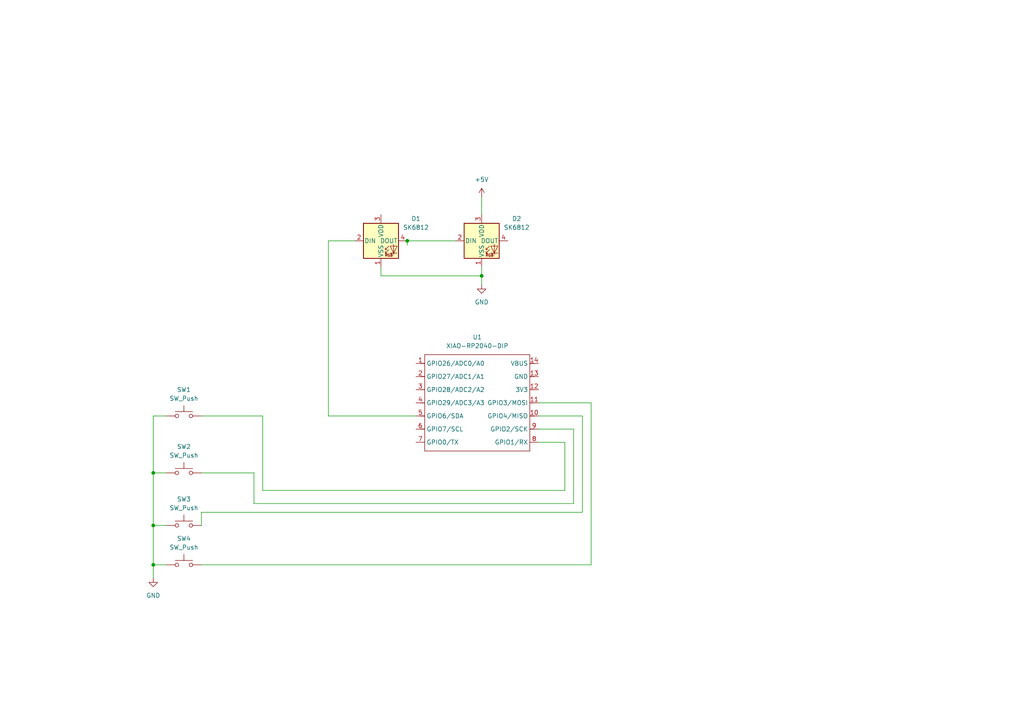
<source format=kicad_sch>
(kicad_sch
	(version 20250114)
	(generator "eeschema")
	(generator_version "9.0")
	(uuid "e3c892c8-683a-48fa-b53f-b4bc03628df8")
	(paper "A4")
	(lib_symbols
		(symbol "LED:SK6812"
			(pin_names
				(offset 0.254)
			)
			(exclude_from_sim no)
			(in_bom yes)
			(on_board yes)
			(property "Reference" "D"
				(at 5.08 5.715 0)
				(effects
					(font
						(size 1.27 1.27)
					)
					(justify right bottom)
				)
			)
			(property "Value" "SK6812"
				(at 1.27 -5.715 0)
				(effects
					(font
						(size 1.27 1.27)
					)
					(justify left top)
				)
			)
			(property "Footprint" "LED_SMD:LED_SK6812_PLCC4_5.0x5.0mm_P3.2mm"
				(at 1.27 -7.62 0)
				(effects
					(font
						(size 1.27 1.27)
					)
					(justify left top)
					(hide yes)
				)
			)
			(property "Datasheet" "https://cdn-shop.adafruit.com/product-files/1138/SK6812+LED+datasheet+.pdf"
				(at 2.54 -9.525 0)
				(effects
					(font
						(size 1.27 1.27)
					)
					(justify left top)
					(hide yes)
				)
			)
			(property "Description" "RGB LED with integrated controller"
				(at 0 0 0)
				(effects
					(font
						(size 1.27 1.27)
					)
					(hide yes)
				)
			)
			(property "ki_keywords" "RGB LED NeoPixel addressable"
				(at 0 0 0)
				(effects
					(font
						(size 1.27 1.27)
					)
					(hide yes)
				)
			)
			(property "ki_fp_filters" "LED*SK6812*PLCC*5.0x5.0mm*P3.2mm*"
				(at 0 0 0)
				(effects
					(font
						(size 1.27 1.27)
					)
					(hide yes)
				)
			)
			(symbol "SK6812_0_0"
				(text "RGB"
					(at 2.286 -4.191 0)
					(effects
						(font
							(size 0.762 0.762)
						)
					)
				)
			)
			(symbol "SK6812_0_1"
				(polyline
					(pts
						(xy 1.27 -2.54) (xy 1.778 -2.54)
					)
					(stroke
						(width 0)
						(type default)
					)
					(fill
						(type none)
					)
				)
				(polyline
					(pts
						(xy 1.27 -3.556) (xy 1.778 -3.556)
					)
					(stroke
						(width 0)
						(type default)
					)
					(fill
						(type none)
					)
				)
				(polyline
					(pts
						(xy 2.286 -1.524) (xy 1.27 -2.54) (xy 1.27 -2.032)
					)
					(stroke
						(width 0)
						(type default)
					)
					(fill
						(type none)
					)
				)
				(polyline
					(pts
						(xy 2.286 -2.54) (xy 1.27 -3.556) (xy 1.27 -3.048)
					)
					(stroke
						(width 0)
						(type default)
					)
					(fill
						(type none)
					)
				)
				(polyline
					(pts
						(xy 3.683 -1.016) (xy 3.683 -3.556) (xy 3.683 -4.064)
					)
					(stroke
						(width 0)
						(type default)
					)
					(fill
						(type none)
					)
				)
				(polyline
					(pts
						(xy 4.699 -1.524) (xy 2.667 -1.524) (xy 3.683 -3.556) (xy 4.699 -1.524)
					)
					(stroke
						(width 0)
						(type default)
					)
					(fill
						(type none)
					)
				)
				(polyline
					(pts
						(xy 4.699 -3.556) (xy 2.667 -3.556)
					)
					(stroke
						(width 0)
						(type default)
					)
					(fill
						(type none)
					)
				)
				(rectangle
					(start 5.08 5.08)
					(end -5.08 -5.08)
					(stroke
						(width 0.254)
						(type default)
					)
					(fill
						(type background)
					)
				)
			)
			(symbol "SK6812_1_1"
				(pin input line
					(at -7.62 0 0)
					(length 2.54)
					(name "DIN"
						(effects
							(font
								(size 1.27 1.27)
							)
						)
					)
					(number "2"
						(effects
							(font
								(size 1.27 1.27)
							)
						)
					)
				)
				(pin power_in line
					(at 0 7.62 270)
					(length 2.54)
					(name "VDD"
						(effects
							(font
								(size 1.27 1.27)
							)
						)
					)
					(number "3"
						(effects
							(font
								(size 1.27 1.27)
							)
						)
					)
				)
				(pin power_in line
					(at 0 -7.62 90)
					(length 2.54)
					(name "VSS"
						(effects
							(font
								(size 1.27 1.27)
							)
						)
					)
					(number "1"
						(effects
							(font
								(size 1.27 1.27)
							)
						)
					)
				)
				(pin output line
					(at 7.62 0 180)
					(length 2.54)
					(name "DOUT"
						(effects
							(font
								(size 1.27 1.27)
							)
						)
					)
					(number "4"
						(effects
							(font
								(size 1.27 1.27)
							)
						)
					)
				)
			)
			(embedded_fonts no)
		)
		(symbol "OPL:XIAO-RP2040-DIP"
			(exclude_from_sim no)
			(in_bom yes)
			(on_board yes)
			(property "Reference" "U"
				(at 0 0 0)
				(effects
					(font
						(size 1.27 1.27)
					)
				)
			)
			(property "Value" "XIAO-RP2040-DIP"
				(at 5.334 -1.778 0)
				(effects
					(font
						(size 1.27 1.27)
					)
				)
			)
			(property "Footprint" "Module:MOUDLE14P-XIAO-DIP-SMD"
				(at 14.478 -32.258 0)
				(effects
					(font
						(size 1.27 1.27)
					)
					(hide yes)
				)
			)
			(property "Datasheet" ""
				(at 0 0 0)
				(effects
					(font
						(size 1.27 1.27)
					)
					(hide yes)
				)
			)
			(property "Description" ""
				(at 0 0 0)
				(effects
					(font
						(size 1.27 1.27)
					)
					(hide yes)
				)
			)
			(symbol "XIAO-RP2040-DIP_1_0"
				(polyline
					(pts
						(xy -1.27 -2.54) (xy 29.21 -2.54)
					)
					(stroke
						(width 0.1524)
						(type solid)
					)
					(fill
						(type none)
					)
				)
				(polyline
					(pts
						(xy -1.27 -5.08) (xy -2.54 -5.08)
					)
					(stroke
						(width 0.1524)
						(type solid)
					)
					(fill
						(type none)
					)
				)
				(polyline
					(pts
						(xy -1.27 -5.08) (xy -1.27 -2.54)
					)
					(stroke
						(width 0.1524)
						(type solid)
					)
					(fill
						(type none)
					)
				)
				(polyline
					(pts
						(xy -1.27 -8.89) (xy -2.54 -8.89)
					)
					(stroke
						(width 0.1524)
						(type solid)
					)
					(fill
						(type none)
					)
				)
				(polyline
					(pts
						(xy -1.27 -8.89) (xy -1.27 -5.08)
					)
					(stroke
						(width 0.1524)
						(type solid)
					)
					(fill
						(type none)
					)
				)
				(polyline
					(pts
						(xy -1.27 -12.7) (xy -2.54 -12.7)
					)
					(stroke
						(width 0.1524)
						(type solid)
					)
					(fill
						(type none)
					)
				)
				(polyline
					(pts
						(xy -1.27 -12.7) (xy -1.27 -8.89)
					)
					(stroke
						(width 0.1524)
						(type solid)
					)
					(fill
						(type none)
					)
				)
				(polyline
					(pts
						(xy -1.27 -16.51) (xy -2.54 -16.51)
					)
					(stroke
						(width 0.1524)
						(type solid)
					)
					(fill
						(type none)
					)
				)
				(polyline
					(pts
						(xy -1.27 -16.51) (xy -1.27 -12.7)
					)
					(stroke
						(width 0.1524)
						(type solid)
					)
					(fill
						(type none)
					)
				)
				(polyline
					(pts
						(xy -1.27 -20.32) (xy -2.54 -20.32)
					)
					(stroke
						(width 0.1524)
						(type solid)
					)
					(fill
						(type none)
					)
				)
				(polyline
					(pts
						(xy -1.27 -24.13) (xy -2.54 -24.13)
					)
					(stroke
						(width 0.1524)
						(type solid)
					)
					(fill
						(type none)
					)
				)
				(polyline
					(pts
						(xy -1.27 -27.94) (xy -2.54 -27.94)
					)
					(stroke
						(width 0.1524)
						(type solid)
					)
					(fill
						(type none)
					)
				)
				(polyline
					(pts
						(xy -1.27 -30.48) (xy -1.27 -16.51)
					)
					(stroke
						(width 0.1524)
						(type solid)
					)
					(fill
						(type none)
					)
				)
				(polyline
					(pts
						(xy 29.21 -2.54) (xy 29.21 -5.08)
					)
					(stroke
						(width 0.1524)
						(type solid)
					)
					(fill
						(type none)
					)
				)
				(polyline
					(pts
						(xy 29.21 -5.08) (xy 29.21 -8.89)
					)
					(stroke
						(width 0.1524)
						(type solid)
					)
					(fill
						(type none)
					)
				)
				(polyline
					(pts
						(xy 29.21 -8.89) (xy 29.21 -12.7)
					)
					(stroke
						(width 0.1524)
						(type solid)
					)
					(fill
						(type none)
					)
				)
				(polyline
					(pts
						(xy 29.21 -12.7) (xy 29.21 -30.48)
					)
					(stroke
						(width 0.1524)
						(type solid)
					)
					(fill
						(type none)
					)
				)
				(polyline
					(pts
						(xy 29.21 -30.48) (xy -1.27 -30.48)
					)
					(stroke
						(width 0.1524)
						(type solid)
					)
					(fill
						(type none)
					)
				)
				(polyline
					(pts
						(xy 30.48 -5.08) (xy 29.21 -5.08)
					)
					(stroke
						(width 0.1524)
						(type solid)
					)
					(fill
						(type none)
					)
				)
				(polyline
					(pts
						(xy 30.48 -8.89) (xy 29.21 -8.89)
					)
					(stroke
						(width 0.1524)
						(type solid)
					)
					(fill
						(type none)
					)
				)
				(polyline
					(pts
						(xy 30.48 -12.7) (xy 29.21 -12.7)
					)
					(stroke
						(width 0.1524)
						(type solid)
					)
					(fill
						(type none)
					)
				)
				(polyline
					(pts
						(xy 30.48 -16.51) (xy 29.21 -16.51)
					)
					(stroke
						(width 0.1524)
						(type solid)
					)
					(fill
						(type none)
					)
				)
				(polyline
					(pts
						(xy 30.48 -20.32) (xy 29.21 -20.32)
					)
					(stroke
						(width 0.1524)
						(type solid)
					)
					(fill
						(type none)
					)
				)
				(polyline
					(pts
						(xy 30.48 -24.13) (xy 29.21 -24.13)
					)
					(stroke
						(width 0.1524)
						(type solid)
					)
					(fill
						(type none)
					)
				)
				(polyline
					(pts
						(xy 30.48 -27.94) (xy 29.21 -27.94)
					)
					(stroke
						(width 0.1524)
						(type solid)
					)
					(fill
						(type none)
					)
				)
				(pin passive line
					(at -3.81 -5.08 0)
					(length 2.54)
					(name "GPIO26/ADC0/A0"
						(effects
							(font
								(size 1.27 1.27)
							)
						)
					)
					(number "1"
						(effects
							(font
								(size 1.27 1.27)
							)
						)
					)
				)
				(pin passive line
					(at -3.81 -8.89 0)
					(length 2.54)
					(name "GPIO27/ADC1/A1"
						(effects
							(font
								(size 1.27 1.27)
							)
						)
					)
					(number "2"
						(effects
							(font
								(size 1.27 1.27)
							)
						)
					)
				)
				(pin passive line
					(at -3.81 -12.7 0)
					(length 2.54)
					(name "GPIO28/ADC2/A2"
						(effects
							(font
								(size 1.27 1.27)
							)
						)
					)
					(number "3"
						(effects
							(font
								(size 1.27 1.27)
							)
						)
					)
				)
				(pin passive line
					(at -3.81 -16.51 0)
					(length 2.54)
					(name "GPIO29/ADC3/A3"
						(effects
							(font
								(size 1.27 1.27)
							)
						)
					)
					(number "4"
						(effects
							(font
								(size 1.27 1.27)
							)
						)
					)
				)
				(pin passive line
					(at -3.81 -20.32 0)
					(length 2.54)
					(name "GPIO6/SDA"
						(effects
							(font
								(size 1.27 1.27)
							)
						)
					)
					(number "5"
						(effects
							(font
								(size 1.27 1.27)
							)
						)
					)
				)
				(pin passive line
					(at -3.81 -24.13 0)
					(length 2.54)
					(name "GPIO7/SCL"
						(effects
							(font
								(size 1.27 1.27)
							)
						)
					)
					(number "6"
						(effects
							(font
								(size 1.27 1.27)
							)
						)
					)
				)
				(pin passive line
					(at -3.81 -27.94 0)
					(length 2.54)
					(name "GPIO0/TX"
						(effects
							(font
								(size 1.27 1.27)
							)
						)
					)
					(number "7"
						(effects
							(font
								(size 1.27 1.27)
							)
						)
					)
				)
				(pin passive line
					(at 31.75 -5.08 180)
					(length 2.54)
					(name "VBUS"
						(effects
							(font
								(size 1.27 1.27)
							)
						)
					)
					(number "14"
						(effects
							(font
								(size 1.27 1.27)
							)
						)
					)
				)
				(pin passive line
					(at 31.75 -8.89 180)
					(length 2.54)
					(name "GND"
						(effects
							(font
								(size 1.27 1.27)
							)
						)
					)
					(number "13"
						(effects
							(font
								(size 1.27 1.27)
							)
						)
					)
				)
				(pin passive line
					(at 31.75 -12.7 180)
					(length 2.54)
					(name "3V3"
						(effects
							(font
								(size 1.27 1.27)
							)
						)
					)
					(number "12"
						(effects
							(font
								(size 1.27 1.27)
							)
						)
					)
				)
				(pin passive line
					(at 31.75 -16.51 180)
					(length 2.54)
					(name "GPIO3/MOSI"
						(effects
							(font
								(size 1.27 1.27)
							)
						)
					)
					(number "11"
						(effects
							(font
								(size 1.27 1.27)
							)
						)
					)
				)
				(pin passive line
					(at 31.75 -20.32 180)
					(length 2.54)
					(name "GPIO4/MISO"
						(effects
							(font
								(size 1.27 1.27)
							)
						)
					)
					(number "10"
						(effects
							(font
								(size 1.27 1.27)
							)
						)
					)
				)
				(pin passive line
					(at 31.75 -24.13 180)
					(length 2.54)
					(name "GPIO2/SCK"
						(effects
							(font
								(size 1.27 1.27)
							)
						)
					)
					(number "9"
						(effects
							(font
								(size 1.27 1.27)
							)
						)
					)
				)
				(pin passive line
					(at 31.75 -27.94 180)
					(length 2.54)
					(name "GPIO1/RX"
						(effects
							(font
								(size 1.27 1.27)
							)
						)
					)
					(number "8"
						(effects
							(font
								(size 1.27 1.27)
							)
						)
					)
				)
			)
			(embedded_fonts no)
		)
		(symbol "Switch:SW_Push"
			(pin_numbers
				(hide yes)
			)
			(pin_names
				(offset 1.016)
				(hide yes)
			)
			(exclude_from_sim no)
			(in_bom yes)
			(on_board yes)
			(property "Reference" "SW"
				(at 1.27 2.54 0)
				(effects
					(font
						(size 1.27 1.27)
					)
					(justify left)
				)
			)
			(property "Value" "SW_Push"
				(at 0 -1.524 0)
				(effects
					(font
						(size 1.27 1.27)
					)
				)
			)
			(property "Footprint" ""
				(at 0 5.08 0)
				(effects
					(font
						(size 1.27 1.27)
					)
					(hide yes)
				)
			)
			(property "Datasheet" "~"
				(at 0 5.08 0)
				(effects
					(font
						(size 1.27 1.27)
					)
					(hide yes)
				)
			)
			(property "Description" "Push button switch, generic, two pins"
				(at 0 0 0)
				(effects
					(font
						(size 1.27 1.27)
					)
					(hide yes)
				)
			)
			(property "ki_keywords" "switch normally-open pushbutton push-button"
				(at 0 0 0)
				(effects
					(font
						(size 1.27 1.27)
					)
					(hide yes)
				)
			)
			(symbol "SW_Push_0_1"
				(circle
					(center -2.032 0)
					(radius 0.508)
					(stroke
						(width 0)
						(type default)
					)
					(fill
						(type none)
					)
				)
				(polyline
					(pts
						(xy 0 1.27) (xy 0 3.048)
					)
					(stroke
						(width 0)
						(type default)
					)
					(fill
						(type none)
					)
				)
				(circle
					(center 2.032 0)
					(radius 0.508)
					(stroke
						(width 0)
						(type default)
					)
					(fill
						(type none)
					)
				)
				(polyline
					(pts
						(xy 2.54 1.27) (xy -2.54 1.27)
					)
					(stroke
						(width 0)
						(type default)
					)
					(fill
						(type none)
					)
				)
				(pin passive line
					(at -5.08 0 0)
					(length 2.54)
					(name "1"
						(effects
							(font
								(size 1.27 1.27)
							)
						)
					)
					(number "1"
						(effects
							(font
								(size 1.27 1.27)
							)
						)
					)
				)
				(pin passive line
					(at 5.08 0 180)
					(length 2.54)
					(name "2"
						(effects
							(font
								(size 1.27 1.27)
							)
						)
					)
					(number "2"
						(effects
							(font
								(size 1.27 1.27)
							)
						)
					)
				)
			)
			(embedded_fonts no)
		)
		(symbol "power:+5V"
			(power)
			(pin_numbers
				(hide yes)
			)
			(pin_names
				(offset 0)
				(hide yes)
			)
			(exclude_from_sim no)
			(in_bom yes)
			(on_board yes)
			(property "Reference" "#PWR"
				(at 0 -3.81 0)
				(effects
					(font
						(size 1.27 1.27)
					)
					(hide yes)
				)
			)
			(property "Value" "+5V"
				(at 0 3.556 0)
				(effects
					(font
						(size 1.27 1.27)
					)
				)
			)
			(property "Footprint" ""
				(at 0 0 0)
				(effects
					(font
						(size 1.27 1.27)
					)
					(hide yes)
				)
			)
			(property "Datasheet" ""
				(at 0 0 0)
				(effects
					(font
						(size 1.27 1.27)
					)
					(hide yes)
				)
			)
			(property "Description" "Power symbol creates a global label with name \"+5V\""
				(at 0 0 0)
				(effects
					(font
						(size 1.27 1.27)
					)
					(hide yes)
				)
			)
			(property "ki_keywords" "global power"
				(at 0 0 0)
				(effects
					(font
						(size 1.27 1.27)
					)
					(hide yes)
				)
			)
			(symbol "+5V_0_1"
				(polyline
					(pts
						(xy -0.762 1.27) (xy 0 2.54)
					)
					(stroke
						(width 0)
						(type default)
					)
					(fill
						(type none)
					)
				)
				(polyline
					(pts
						(xy 0 2.54) (xy 0.762 1.27)
					)
					(stroke
						(width 0)
						(type default)
					)
					(fill
						(type none)
					)
				)
				(polyline
					(pts
						(xy 0 0) (xy 0 2.54)
					)
					(stroke
						(width 0)
						(type default)
					)
					(fill
						(type none)
					)
				)
			)
			(symbol "+5V_1_1"
				(pin power_in line
					(at 0 0 90)
					(length 0)
					(name "~"
						(effects
							(font
								(size 1.27 1.27)
							)
						)
					)
					(number "1"
						(effects
							(font
								(size 1.27 1.27)
							)
						)
					)
				)
			)
			(embedded_fonts no)
		)
		(symbol "power:GND"
			(power)
			(pin_numbers
				(hide yes)
			)
			(pin_names
				(offset 0)
				(hide yes)
			)
			(exclude_from_sim no)
			(in_bom yes)
			(on_board yes)
			(property "Reference" "#PWR"
				(at 0 -6.35 0)
				(effects
					(font
						(size 1.27 1.27)
					)
					(hide yes)
				)
			)
			(property "Value" "GND"
				(at 0 -3.81 0)
				(effects
					(font
						(size 1.27 1.27)
					)
				)
			)
			(property "Footprint" ""
				(at 0 0 0)
				(effects
					(font
						(size 1.27 1.27)
					)
					(hide yes)
				)
			)
			(property "Datasheet" ""
				(at 0 0 0)
				(effects
					(font
						(size 1.27 1.27)
					)
					(hide yes)
				)
			)
			(property "Description" "Power symbol creates a global label with name \"GND\" , ground"
				(at 0 0 0)
				(effects
					(font
						(size 1.27 1.27)
					)
					(hide yes)
				)
			)
			(property "ki_keywords" "global power"
				(at 0 0 0)
				(effects
					(font
						(size 1.27 1.27)
					)
					(hide yes)
				)
			)
			(symbol "GND_0_1"
				(polyline
					(pts
						(xy 0 0) (xy 0 -1.27) (xy 1.27 -1.27) (xy 0 -2.54) (xy -1.27 -1.27) (xy 0 -1.27)
					)
					(stroke
						(width 0)
						(type default)
					)
					(fill
						(type none)
					)
				)
			)
			(symbol "GND_1_1"
				(pin power_in line
					(at 0 0 270)
					(length 0)
					(name "~"
						(effects
							(font
								(size 1.27 1.27)
							)
						)
					)
					(number "1"
						(effects
							(font
								(size 1.27 1.27)
							)
						)
					)
				)
			)
			(embedded_fonts no)
		)
	)
	(junction
		(at 44.45 152.4)
		(diameter 0)
		(color 0 0 0 0)
		(uuid "1b14a773-ee15-4491-ad21-c02112fd0248")
	)
	(junction
		(at 44.45 137.16)
		(diameter 0)
		(color 0 0 0 0)
		(uuid "750bf03d-a9e5-441f-8fc9-181b4d880d07")
	)
	(junction
		(at 118.11 69.85)
		(diameter 0)
		(color 0 0 0 0)
		(uuid "82135fcd-e5d1-417a-a4eb-f17633bc404a")
	)
	(junction
		(at 44.45 163.83)
		(diameter 0)
		(color 0 0 0 0)
		(uuid "ad77196b-20cd-45c1-8228-b501a174c04c")
	)
	(junction
		(at 139.7 80.01)
		(diameter 0)
		(color 0 0 0 0)
		(uuid "dc5e598e-bfc5-42fc-b854-ae8616d2a5cb")
	)
	(wire
		(pts
			(xy 73.66 146.05) (xy 73.66 137.16)
		)
		(stroke
			(width 0)
			(type default)
		)
		(uuid "0598bd7f-a73c-4cc4-9432-185ea2404ae2")
	)
	(wire
		(pts
			(xy 168.91 120.65) (xy 168.91 148.59)
		)
		(stroke
			(width 0)
			(type default)
		)
		(uuid "05a16e4e-add8-46cf-8710-9362730d39fd")
	)
	(wire
		(pts
			(xy 73.66 137.16) (xy 58.42 137.16)
		)
		(stroke
			(width 0)
			(type default)
		)
		(uuid "0eb0f8b9-64c4-4739-a498-54bd32031fa4")
	)
	(wire
		(pts
			(xy 95.25 120.65) (xy 120.65 120.65)
		)
		(stroke
			(width 0)
			(type default)
		)
		(uuid "10f61e4a-d3c1-4dd0-ac52-add43be95b7c")
	)
	(wire
		(pts
			(xy 102.87 69.85) (xy 95.25 69.85)
		)
		(stroke
			(width 0)
			(type default)
		)
		(uuid "18ff52a9-6ff9-4e1b-b892-8ab88d57e5ed")
	)
	(wire
		(pts
			(xy 139.7 57.15) (xy 139.7 62.23)
		)
		(stroke
			(width 0)
			(type default)
		)
		(uuid "2bbf9644-9c8c-4663-97e9-d2a4414b961c")
	)
	(wire
		(pts
			(xy 95.25 69.85) (xy 95.25 120.65)
		)
		(stroke
			(width 0)
			(type default)
		)
		(uuid "318af366-f765-4993-a2d1-12f5002c84b0")
	)
	(wire
		(pts
			(xy 166.37 146.05) (xy 73.66 146.05)
		)
		(stroke
			(width 0)
			(type default)
		)
		(uuid "3b87face-886e-4578-b9c9-a4420f07ca98")
	)
	(wire
		(pts
			(xy 163.83 142.24) (xy 76.2 142.24)
		)
		(stroke
			(width 0)
			(type default)
		)
		(uuid "417b8e5e-9d78-4cc5-a80d-ba2ad1255004")
	)
	(wire
		(pts
			(xy 132.08 69.85) (xy 118.11 69.85)
		)
		(stroke
			(width 0)
			(type default)
		)
		(uuid "4427ac47-2b25-4c5c-b240-81b37264c88a")
	)
	(wire
		(pts
			(xy 171.45 116.84) (xy 171.45 163.83)
		)
		(stroke
			(width 0)
			(type default)
		)
		(uuid "4fdfa5b7-c93c-4d45-8b70-408357688ab4")
	)
	(wire
		(pts
			(xy 44.45 152.4) (xy 48.26 152.4)
		)
		(stroke
			(width 0)
			(type default)
		)
		(uuid "588da65d-6a4a-4589-a666-b0de14215f1b")
	)
	(wire
		(pts
			(xy 156.21 124.46) (xy 166.37 124.46)
		)
		(stroke
			(width 0)
			(type default)
		)
		(uuid "5d39f9d4-a234-4f70-91e9-5b475b2b4c95")
	)
	(wire
		(pts
			(xy 44.45 120.65) (xy 44.45 137.16)
		)
		(stroke
			(width 0)
			(type default)
		)
		(uuid "6b6e8a9a-ec7c-4a67-9122-009eb4657dc3")
	)
	(wire
		(pts
			(xy 139.7 77.47) (xy 139.7 80.01)
		)
		(stroke
			(width 0)
			(type default)
		)
		(uuid "6f73072b-c6ff-4f38-9883-cb7c8b2f0987")
	)
	(wire
		(pts
			(xy 110.49 77.47) (xy 110.49 80.01)
		)
		(stroke
			(width 0)
			(type default)
		)
		(uuid "6f801f48-b97c-46c8-af81-0d9d788a8bff")
	)
	(wire
		(pts
			(xy 139.7 80.01) (xy 139.7 82.55)
		)
		(stroke
			(width 0)
			(type default)
		)
		(uuid "75a4af6c-489c-4e44-aadd-a0c90b82fdd9")
	)
	(wire
		(pts
			(xy 166.37 124.46) (xy 166.37 146.05)
		)
		(stroke
			(width 0)
			(type default)
		)
		(uuid "772f231b-f8f0-41a9-97ee-753f419a4180")
	)
	(wire
		(pts
			(xy 58.42 148.59) (xy 58.42 152.4)
		)
		(stroke
			(width 0)
			(type default)
		)
		(uuid "87a8c096-627f-494c-a295-393643b83724")
	)
	(wire
		(pts
			(xy 76.2 120.65) (xy 58.42 120.65)
		)
		(stroke
			(width 0)
			(type default)
		)
		(uuid "8f5f0111-9089-46eb-bb52-c5ed693d127a")
	)
	(wire
		(pts
			(xy 118.11 71.12) (xy 118.11 69.85)
		)
		(stroke
			(width 0)
			(type default)
		)
		(uuid "93600bd5-7745-4a0d-8cd1-e442eac5e3f1")
	)
	(wire
		(pts
			(xy 48.26 120.65) (xy 44.45 120.65)
		)
		(stroke
			(width 0)
			(type default)
		)
		(uuid "98dcf9b7-839d-440a-87b8-0ba7bacde2ee")
	)
	(wire
		(pts
			(xy 171.45 163.83) (xy 58.42 163.83)
		)
		(stroke
			(width 0)
			(type default)
		)
		(uuid "9b2f6cfc-58f8-424b-a7f3-0adac3963cd0")
	)
	(wire
		(pts
			(xy 156.21 120.65) (xy 168.91 120.65)
		)
		(stroke
			(width 0)
			(type default)
		)
		(uuid "9ca0f728-f99c-476d-b27a-180524da1768")
	)
	(wire
		(pts
			(xy 110.49 80.01) (xy 139.7 80.01)
		)
		(stroke
			(width 0)
			(type default)
		)
		(uuid "9da3d4b0-448d-4749-9ff4-6e2105c79ffd")
	)
	(wire
		(pts
			(xy 44.45 163.83) (xy 44.45 167.64)
		)
		(stroke
			(width 0)
			(type default)
		)
		(uuid "a410db31-61eb-4bef-bc51-2924c3751cc2")
	)
	(wire
		(pts
			(xy 44.45 137.16) (xy 44.45 152.4)
		)
		(stroke
			(width 0)
			(type default)
		)
		(uuid "a92138dc-fa8b-4f6a-b90c-6611627b9d64")
	)
	(wire
		(pts
			(xy 44.45 152.4) (xy 44.45 163.83)
		)
		(stroke
			(width 0)
			(type default)
		)
		(uuid "ae5b0aa4-7620-4d67-a681-6f019677d1da")
	)
	(wire
		(pts
			(xy 76.2 142.24) (xy 76.2 120.65)
		)
		(stroke
			(width 0)
			(type default)
		)
		(uuid "ca85d4ce-9e5f-4708-b106-15c4833e00d4")
	)
	(wire
		(pts
			(xy 163.83 128.27) (xy 163.83 142.24)
		)
		(stroke
			(width 0)
			(type default)
		)
		(uuid "cca6c1f5-aadb-4a8a-a3ab-0e191617fff1")
	)
	(wire
		(pts
			(xy 156.21 116.84) (xy 171.45 116.84)
		)
		(stroke
			(width 0)
			(type default)
		)
		(uuid "df616c25-b50c-4038-982c-b2368b663c7d")
	)
	(wire
		(pts
			(xy 156.21 128.27) (xy 163.83 128.27)
		)
		(stroke
			(width 0)
			(type default)
		)
		(uuid "e1cc63aa-6398-4a2b-b6ef-b362794d9f2d")
	)
	(wire
		(pts
			(xy 168.91 148.59) (xy 58.42 148.59)
		)
		(stroke
			(width 0)
			(type default)
		)
		(uuid "e7a19b6d-d7e3-4276-9984-40af21bcc18f")
	)
	(wire
		(pts
			(xy 44.45 137.16) (xy 48.26 137.16)
		)
		(stroke
			(width 0)
			(type default)
		)
		(uuid "f272ed8e-f717-4090-a1ea-f6bf0ee2c67d")
	)
	(wire
		(pts
			(xy 44.45 163.83) (xy 48.26 163.83)
		)
		(stroke
			(width 0)
			(type default)
		)
		(uuid "ffe6da9e-3a88-4add-a56d-b3221d74ba5d")
	)
	(symbol
		(lib_id "power:GND")
		(at 139.7 82.55 0)
		(unit 1)
		(exclude_from_sim no)
		(in_bom yes)
		(on_board yes)
		(dnp no)
		(fields_autoplaced yes)
		(uuid "1c6b54fe-18c9-4a4f-bead-324780e15d8b")
		(property "Reference" "#PWR01"
			(at 139.7 88.9 0)
			(effects
				(font
					(size 1.27 1.27)
				)
				(hide yes)
			)
		)
		(property "Value" "GND"
			(at 139.7 87.63 0)
			(effects
				(font
					(size 1.27 1.27)
				)
			)
		)
		(property "Footprint" ""
			(at 139.7 82.55 0)
			(effects
				(font
					(size 1.27 1.27)
				)
				(hide yes)
			)
		)
		(property "Datasheet" ""
			(at 139.7 82.55 0)
			(effects
				(font
					(size 1.27 1.27)
				)
				(hide yes)
			)
		)
		(property "Description" "Power symbol creates a global label with name \"GND\" , ground"
			(at 139.7 82.55 0)
			(effects
				(font
					(size 1.27 1.27)
				)
				(hide yes)
			)
		)
		(pin "1"
			(uuid "fe6ad60a-29de-45c6-ad20-0dd059740df3")
		)
		(instances
			(project ""
				(path "/e3c892c8-683a-48fa-b53f-b4bc03628df8"
					(reference "#PWR01")
					(unit 1)
				)
			)
		)
	)
	(symbol
		(lib_id "power:GND")
		(at 44.45 167.64 0)
		(unit 1)
		(exclude_from_sim no)
		(in_bom yes)
		(on_board yes)
		(dnp no)
		(fields_autoplaced yes)
		(uuid "26d7d8e7-8d66-4c52-836e-bf415a69969e")
		(property "Reference" "#PWR03"
			(at 44.45 173.99 0)
			(effects
				(font
					(size 1.27 1.27)
				)
				(hide yes)
			)
		)
		(property "Value" "GND"
			(at 44.45 172.72 0)
			(effects
				(font
					(size 1.27 1.27)
				)
			)
		)
		(property "Footprint" ""
			(at 44.45 167.64 0)
			(effects
				(font
					(size 1.27 1.27)
				)
				(hide yes)
			)
		)
		(property "Datasheet" ""
			(at 44.45 167.64 0)
			(effects
				(font
					(size 1.27 1.27)
				)
				(hide yes)
			)
		)
		(property "Description" "Power symbol creates a global label with name \"GND\" , ground"
			(at 44.45 167.64 0)
			(effects
				(font
					(size 1.27 1.27)
				)
				(hide yes)
			)
		)
		(pin "1"
			(uuid "9d4d6915-b036-4ff1-97db-55135ad4ba17")
		)
		(instances
			(project ""
				(path "/e3c892c8-683a-48fa-b53f-b4bc03628df8"
					(reference "#PWR03")
					(unit 1)
				)
			)
		)
	)
	(symbol
		(lib_id "LED:SK6812")
		(at 110.49 69.85 0)
		(unit 1)
		(exclude_from_sim no)
		(in_bom yes)
		(on_board yes)
		(dnp no)
		(fields_autoplaced yes)
		(uuid "2e0fa006-9f49-434e-bc4f-09ab4e875b10")
		(property "Reference" "D1"
			(at 120.65 63.4298 0)
			(effects
				(font
					(size 1.27 1.27)
				)
			)
		)
		(property "Value" "SK6812"
			(at 120.65 65.9698 0)
			(effects
				(font
					(size 1.27 1.27)
				)
			)
		)
		(property "Footprint" "LED_SMD:LED_SK6812_PLCC4_5.0x5.0mm_P3.2mm"
			(at 111.76 77.47 0)
			(effects
				(font
					(size 1.27 1.27)
				)
				(justify left top)
				(hide yes)
			)
		)
		(property "Datasheet" "https://cdn-shop.adafruit.com/product-files/1138/SK6812+LED+datasheet+.pdf"
			(at 113.03 79.375 0)
			(effects
				(font
					(size 1.27 1.27)
				)
				(justify left top)
				(hide yes)
			)
		)
		(property "Description" "RGB LED with integrated controller"
			(at 110.49 69.85 0)
			(effects
				(font
					(size 1.27 1.27)
				)
				(hide yes)
			)
		)
		(pin "4"
			(uuid "cd667729-25dd-4c77-9771-517624986f03")
		)
		(pin "3"
			(uuid "261e8769-a9e0-4831-ba4e-48c368496cc0")
		)
		(pin "2"
			(uuid "161d70f1-ef85-45ce-8895-5ddb4804b3ca")
		)
		(pin "1"
			(uuid "8353cc5d-5b35-474f-9025-53020c135cea")
		)
		(instances
			(project ""
				(path "/e3c892c8-683a-48fa-b53f-b4bc03628df8"
					(reference "D1")
					(unit 1)
				)
			)
		)
	)
	(symbol
		(lib_id "Switch:SW_Push")
		(at 53.34 137.16 0)
		(unit 1)
		(exclude_from_sim no)
		(in_bom yes)
		(on_board yes)
		(dnp no)
		(fields_autoplaced yes)
		(uuid "41d1d369-b592-4b6b-ad83-836609913b2c")
		(property "Reference" "SW2"
			(at 53.34 129.54 0)
			(effects
				(font
					(size 1.27 1.27)
				)
			)
		)
		(property "Value" "SW_Push"
			(at 53.34 132.08 0)
			(effects
				(font
					(size 1.27 1.27)
				)
			)
		)
		(property "Footprint" "Button_Switch_Keyboard:SW_Cherry_MX_1.00u_PCB"
			(at 53.34 132.08 0)
			(effects
				(font
					(size 1.27 1.27)
				)
				(hide yes)
			)
		)
		(property "Datasheet" "~"
			(at 53.34 132.08 0)
			(effects
				(font
					(size 1.27 1.27)
				)
				(hide yes)
			)
		)
		(property "Description" "Push button switch, generic, two pins"
			(at 53.34 137.16 0)
			(effects
				(font
					(size 1.27 1.27)
				)
				(hide yes)
			)
		)
		(pin "1"
			(uuid "b5a91b90-478d-4567-a17a-528c56dfd094")
		)
		(pin "2"
			(uuid "5fd54cb6-25f6-46ed-a84f-d87943bce7cf")
		)
		(instances
			(project ""
				(path "/e3c892c8-683a-48fa-b53f-b4bc03628df8"
					(reference "SW2")
					(unit 1)
				)
			)
		)
	)
	(symbol
		(lib_id "LED:SK6812")
		(at 139.7 69.85 0)
		(unit 1)
		(exclude_from_sim no)
		(in_bom yes)
		(on_board yes)
		(dnp no)
		(fields_autoplaced yes)
		(uuid "58470074-7b48-419c-b2a2-7a3bc893f667")
		(property "Reference" "D2"
			(at 149.86 63.4298 0)
			(effects
				(font
					(size 1.27 1.27)
				)
			)
		)
		(property "Value" "SK6812"
			(at 149.86 65.9698 0)
			(effects
				(font
					(size 1.27 1.27)
				)
			)
		)
		(property "Footprint" "LED_SMD:LED_SK6812_PLCC4_5.0x5.0mm_P3.2mm"
			(at 140.97 77.47 0)
			(effects
				(font
					(size 1.27 1.27)
				)
				(justify left top)
				(hide yes)
			)
		)
		(property "Datasheet" "https://cdn-shop.adafruit.com/product-files/1138/SK6812+LED+datasheet+.pdf"
			(at 142.24 79.375 0)
			(effects
				(font
					(size 1.27 1.27)
				)
				(justify left top)
				(hide yes)
			)
		)
		(property "Description" "RGB LED with integrated controller"
			(at 139.7 69.85 0)
			(effects
				(font
					(size 1.27 1.27)
				)
				(hide yes)
			)
		)
		(pin "2"
			(uuid "20e5f129-e30b-499f-b9e4-26c1fb265c8e")
		)
		(pin "1"
			(uuid "f32b1e57-4f01-44fb-8006-bea69f5950ba")
		)
		(pin "4"
			(uuid "70ceee8e-c669-4a39-8278-75c2199841b9")
		)
		(pin "3"
			(uuid "a238a427-b314-418b-9317-0ab9f12eb155")
		)
		(instances
			(project ""
				(path "/e3c892c8-683a-48fa-b53f-b4bc03628df8"
					(reference "D2")
					(unit 1)
				)
			)
		)
	)
	(symbol
		(lib_id "OPL:XIAO-RP2040-DIP")
		(at 124.46 100.33 0)
		(unit 1)
		(exclude_from_sim no)
		(in_bom yes)
		(on_board yes)
		(dnp no)
		(fields_autoplaced yes)
		(uuid "5a78306e-613b-4100-8ffa-5b4fb98ab310")
		(property "Reference" "U1"
			(at 138.43 97.79 0)
			(effects
				(font
					(size 1.27 1.27)
				)
			)
		)
		(property "Value" "XIAO-RP2040-DIP"
			(at 138.43 100.33 0)
			(effects
				(font
					(size 1.27 1.27)
				)
			)
		)
		(property "Footprint" "OPL:XIAO-RP2040-DIP"
			(at 138.938 132.588 0)
			(effects
				(font
					(size 1.27 1.27)
				)
				(hide yes)
			)
		)
		(property "Datasheet" ""
			(at 124.46 100.33 0)
			(effects
				(font
					(size 1.27 1.27)
				)
				(hide yes)
			)
		)
		(property "Description" ""
			(at 124.46 100.33 0)
			(effects
				(font
					(size 1.27 1.27)
				)
				(hide yes)
			)
		)
		(pin "5"
			(uuid "a77a31fa-e194-46ef-be46-293630907877")
		)
		(pin "2"
			(uuid "6c8c389b-02b9-4764-a930-b3f460c5e627")
		)
		(pin "1"
			(uuid "3df83af6-484d-452c-b734-f0dac02c6e18")
		)
		(pin "11"
			(uuid "62386863-5a20-45bc-ad22-7a0663106662")
		)
		(pin "14"
			(uuid "445f2f11-715e-4616-9aac-6f27f63b9c92")
		)
		(pin "8"
			(uuid "f9f3b9e8-04a4-4325-97cc-675602fce426")
		)
		(pin "12"
			(uuid "11c87082-8918-485f-a795-1b785d4fe63a")
		)
		(pin "10"
			(uuid "71f91c6a-1d11-4a7e-8f51-244b5bbfb628")
		)
		(pin "13"
			(uuid "24719dca-64e6-4ad0-a50e-5057ffddc2fe")
		)
		(pin "3"
			(uuid "d7e6dc44-5e4e-42d1-9325-394d41c6cb5f")
		)
		(pin "7"
			(uuid "7bc6a96a-aca5-440c-9052-a27c08d9b01a")
		)
		(pin "9"
			(uuid "e3a11cc9-00d2-4125-ac79-2f124b363e30")
		)
		(pin "6"
			(uuid "cb634980-9f2e-45f7-a118-80136c70a8b7")
		)
		(pin "4"
			(uuid "ea615cde-8832-427a-aac8-db3064a7ec1c")
		)
		(instances
			(project ""
				(path "/e3c892c8-683a-48fa-b53f-b4bc03628df8"
					(reference "U1")
					(unit 1)
				)
			)
		)
	)
	(symbol
		(lib_id "Switch:SW_Push")
		(at 53.34 120.65 0)
		(unit 1)
		(exclude_from_sim no)
		(in_bom yes)
		(on_board yes)
		(dnp no)
		(fields_autoplaced yes)
		(uuid "60aa6ab9-2310-45d8-a8a5-940714aa26e5")
		(property "Reference" "SW1"
			(at 53.34 113.03 0)
			(effects
				(font
					(size 1.27 1.27)
				)
			)
		)
		(property "Value" "SW_Push"
			(at 53.34 115.57 0)
			(effects
				(font
					(size 1.27 1.27)
				)
			)
		)
		(property "Footprint" "Button_Switch_Keyboard:SW_Cherry_MX_1.00u_PCB"
			(at 53.34 115.57 0)
			(effects
				(font
					(size 1.27 1.27)
				)
				(hide yes)
			)
		)
		(property "Datasheet" "~"
			(at 53.34 115.57 0)
			(effects
				(font
					(size 1.27 1.27)
				)
				(hide yes)
			)
		)
		(property "Description" "Push button switch, generic, two pins"
			(at 53.34 120.65 0)
			(effects
				(font
					(size 1.27 1.27)
				)
				(hide yes)
			)
		)
		(pin "2"
			(uuid "d98b7659-98e3-49a1-ae10-03e7fd5b6332")
		)
		(pin "1"
			(uuid "1eb68a42-7dc6-444c-a22b-d4fc31b960f3")
		)
		(instances
			(project ""
				(path "/e3c892c8-683a-48fa-b53f-b4bc03628df8"
					(reference "SW1")
					(unit 1)
				)
			)
		)
	)
	(symbol
		(lib_id "Switch:SW_Push")
		(at 53.34 152.4 0)
		(unit 1)
		(exclude_from_sim no)
		(in_bom yes)
		(on_board yes)
		(dnp no)
		(fields_autoplaced yes)
		(uuid "622f529c-325e-4417-84b2-d30600d57aec")
		(property "Reference" "SW3"
			(at 53.34 144.78 0)
			(effects
				(font
					(size 1.27 1.27)
				)
			)
		)
		(property "Value" "SW_Push"
			(at 53.34 147.32 0)
			(effects
				(font
					(size 1.27 1.27)
				)
			)
		)
		(property "Footprint" "Button_Switch_Keyboard:SW_Cherry_MX_1.00u_PCB"
			(at 53.34 147.32 0)
			(effects
				(font
					(size 1.27 1.27)
				)
				(hide yes)
			)
		)
		(property "Datasheet" "~"
			(at 53.34 147.32 0)
			(effects
				(font
					(size 1.27 1.27)
				)
				(hide yes)
			)
		)
		(property "Description" "Push button switch, generic, two pins"
			(at 53.34 152.4 0)
			(effects
				(font
					(size 1.27 1.27)
				)
				(hide yes)
			)
		)
		(pin "1"
			(uuid "6d11a42f-4af9-490f-b2e1-f73461f31a35")
		)
		(pin "2"
			(uuid "2a25dd2f-7b88-4b10-b300-46a235ed85be")
		)
		(instances
			(project ""
				(path "/e3c892c8-683a-48fa-b53f-b4bc03628df8"
					(reference "SW3")
					(unit 1)
				)
			)
		)
	)
	(symbol
		(lib_id "Switch:SW_Push")
		(at 53.34 163.83 0)
		(unit 1)
		(exclude_from_sim no)
		(in_bom yes)
		(on_board yes)
		(dnp no)
		(fields_autoplaced yes)
		(uuid "a64dacf6-c03b-428e-9d26-e9f23d732710")
		(property "Reference" "SW4"
			(at 53.34 156.21 0)
			(effects
				(font
					(size 1.27 1.27)
				)
			)
		)
		(property "Value" "SW_Push"
			(at 53.34 158.75 0)
			(effects
				(font
					(size 1.27 1.27)
				)
			)
		)
		(property "Footprint" "Button_Switch_Keyboard:SW_Cherry_MX_1.00u_PCB"
			(at 53.34 158.75 0)
			(effects
				(font
					(size 1.27 1.27)
				)
				(hide yes)
			)
		)
		(property "Datasheet" "~"
			(at 53.34 158.75 0)
			(effects
				(font
					(size 1.27 1.27)
				)
				(hide yes)
			)
		)
		(property "Description" "Push button switch, generic, two pins"
			(at 53.34 163.83 0)
			(effects
				(font
					(size 1.27 1.27)
				)
				(hide yes)
			)
		)
		(pin "2"
			(uuid "f4656722-c4f9-44c8-b7dd-14ad5115fed0")
		)
		(pin "1"
			(uuid "c48b554e-b89e-46f5-a1ed-d32415350fb9")
		)
		(instances
			(project ""
				(path "/e3c892c8-683a-48fa-b53f-b4bc03628df8"
					(reference "SW4")
					(unit 1)
				)
			)
		)
	)
	(symbol
		(lib_id "power:+5V")
		(at 139.7 57.15 0)
		(unit 1)
		(exclude_from_sim no)
		(in_bom yes)
		(on_board yes)
		(dnp no)
		(fields_autoplaced yes)
		(uuid "da66c8f6-d7ca-4db5-ae8e-4392d7c5679e")
		(property "Reference" "#PWR02"
			(at 139.7 60.96 0)
			(effects
				(font
					(size 1.27 1.27)
				)
				(hide yes)
			)
		)
		(property "Value" "+5V"
			(at 139.7 52.07 0)
			(effects
				(font
					(size 1.27 1.27)
				)
			)
		)
		(property "Footprint" ""
			(at 139.7 57.15 0)
			(effects
				(font
					(size 1.27 1.27)
				)
				(hide yes)
			)
		)
		(property "Datasheet" ""
			(at 139.7 57.15 0)
			(effects
				(font
					(size 1.27 1.27)
				)
				(hide yes)
			)
		)
		(property "Description" "Power symbol creates a global label with name \"+5V\""
			(at 139.7 57.15 0)
			(effects
				(font
					(size 1.27 1.27)
				)
				(hide yes)
			)
		)
		(pin "1"
			(uuid "c01f0647-dcff-4290-981b-babb96206fe3")
		)
		(instances
			(project ""
				(path "/e3c892c8-683a-48fa-b53f-b4bc03628df8"
					(reference "#PWR02")
					(unit 1)
				)
			)
		)
	)
	(sheet_instances
		(path "/"
			(page "1")
		)
	)
	(embedded_fonts no)
)

</source>
